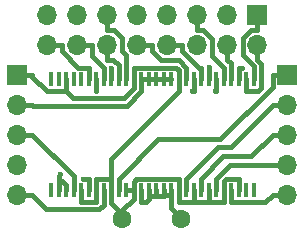
<source format=gtl>
G04 #@! TF.FileFunction,Copper,L1,Top,Signal*
%FSLAX46Y46*%
G04 Gerber Fmt 4.6, Leading zero omitted, Abs format (unit mm)*
G04 Created by KiCad (PCBNEW 4.0.6) date Thu May  4 15:15:54 2017*
%MOMM*%
%LPD*%
G01*
G04 APERTURE LIST*
%ADD10C,0.100000*%
%ADD11R,0.400000X1.200000*%
%ADD12C,1.600000*%
%ADD13R,1.700000X1.700000*%
%ADD14O,1.700000X1.700000*%
%ADD15C,0.400000*%
%ADD16C,0.400000*%
%ADD17C,0.399800*%
G04 APERTURE END LIST*
D10*
D11*
X140017500Y-110110000D03*
X140652500Y-110110000D03*
X141287500Y-110110000D03*
X141922500Y-110110000D03*
X142557500Y-110110000D03*
X143192500Y-110110000D03*
X143827500Y-110110000D03*
X144462500Y-110110000D03*
X145097500Y-110110000D03*
X145732500Y-110110000D03*
X146367500Y-110110000D03*
X147002500Y-110110000D03*
X147637500Y-110110000D03*
X148272500Y-110110000D03*
X148907500Y-110110000D03*
X149542500Y-110110000D03*
X150177500Y-110110000D03*
X150812500Y-110110000D03*
X151447500Y-110110000D03*
X152082500Y-110110000D03*
X152717500Y-110110000D03*
X153352500Y-110110000D03*
X153987500Y-110110000D03*
X154622500Y-110110000D03*
X155257500Y-110110000D03*
X155892500Y-110110000D03*
X156527500Y-110110000D03*
X157162500Y-110110000D03*
X157162500Y-100710000D03*
X156527500Y-100710000D03*
X155892500Y-100710000D03*
X155257500Y-100710000D03*
X154622500Y-100710000D03*
X153987500Y-100710000D03*
X153352500Y-100710000D03*
X152717500Y-100710000D03*
X152082500Y-100710000D03*
X151447500Y-100710000D03*
X150812500Y-100710000D03*
X150177500Y-100710000D03*
X149542500Y-100710000D03*
X148907500Y-100710000D03*
X148272500Y-100710000D03*
X147637500Y-100710000D03*
X147002500Y-100710000D03*
X146367500Y-100710000D03*
X145732500Y-100710000D03*
X145097500Y-100710000D03*
X144462500Y-100710000D03*
X143827500Y-100710000D03*
X143192500Y-100710000D03*
X142557500Y-100710000D03*
X141922500Y-100710000D03*
X141287500Y-100710000D03*
X140652500Y-100710000D03*
X140017500Y-100710000D03*
D12*
X146050000Y-112522000D03*
X151050000Y-112522000D03*
D13*
X137160000Y-100330000D03*
D14*
X137160000Y-102870000D03*
X137160000Y-105410000D03*
X137160000Y-107950000D03*
X137160000Y-110490000D03*
D13*
X160020000Y-100330000D03*
D14*
X160020000Y-102870000D03*
X160020000Y-105410000D03*
X160020000Y-107950000D03*
X160020000Y-110490000D03*
D13*
X157480000Y-95250000D03*
D14*
X157480000Y-97790000D03*
X154940000Y-95250000D03*
X154940000Y-97790000D03*
X152400000Y-95250000D03*
X152400000Y-97790000D03*
X149860000Y-95250000D03*
X149860000Y-97790000D03*
X147320000Y-95250000D03*
X147320000Y-97790000D03*
X144780000Y-95250000D03*
X144780000Y-97790000D03*
X142240000Y-95250000D03*
X142240000Y-97790000D03*
X139700000Y-95250000D03*
X139700000Y-97790000D03*
D15*
X140815200Y-108748800D03*
X142711700Y-109109700D03*
X156209800Y-99709700D03*
X153896400Y-101714600D03*
X153411100Y-99692300D03*
X145062900Y-99708600D03*
X151960500Y-101710300D03*
X143827500Y-101710300D03*
D16*
X155892500Y-110110000D02*
X155892500Y-109109700D01*
X152082500Y-110110000D02*
X152082500Y-110960200D01*
X150812500Y-110110000D02*
X150812500Y-111110300D01*
X146050000Y-112522000D02*
X146050000Y-112141000D01*
X143827500Y-111110300D02*
X142557500Y-111110300D01*
X143827500Y-110110000D02*
X143827500Y-111110300D01*
X142557500Y-110110000D02*
X142557500Y-111110300D01*
X147002000Y-110808000D02*
X147002000Y-110110000D01*
X146050000Y-111760000D02*
X147002000Y-110808000D01*
X146050000Y-112141000D02*
X146050000Y-111760000D01*
X150812500Y-110110000D02*
X150812500Y-109109700D01*
X147252000Y-109109700D02*
X150812500Y-109109700D01*
X147002000Y-109359700D02*
X147252000Y-109109700D01*
X147002000Y-110110000D02*
X147002000Y-109359700D01*
X146367500Y-110110000D02*
X147002000Y-110110000D01*
X147002000Y-110110000D02*
X147002500Y-110110000D01*
X153352500Y-110110000D02*
X153352500Y-111110300D01*
X152157600Y-111110300D02*
X153352500Y-111110300D01*
X152082500Y-111035200D02*
X152157600Y-111110300D01*
X152082500Y-110960200D02*
X152082500Y-111035200D01*
X152007400Y-111110300D02*
X150812500Y-111110300D01*
X152082500Y-111035200D02*
X152007400Y-111110300D01*
X154622500Y-109323800D02*
X154622500Y-110110000D01*
X154836600Y-109109700D02*
X154622500Y-109323800D01*
X155892500Y-109109700D02*
X154836600Y-109109700D01*
X154622500Y-111110300D02*
X153352500Y-111110300D01*
X154622500Y-110110000D02*
X154622500Y-111110300D01*
X141894800Y-102317600D02*
X141287500Y-101710300D01*
X146160700Y-102317600D02*
X141894800Y-102317600D01*
X147002500Y-101475800D02*
X146160700Y-102317600D01*
X147002500Y-100710000D02*
X147002500Y-101475800D01*
X141287500Y-100710000D02*
X141287500Y-101710300D01*
X139634300Y-101710300D02*
X141287500Y-101710300D01*
X138410300Y-100486300D02*
X139634300Y-101710300D01*
X138410300Y-100330000D02*
X138410300Y-100486300D01*
X137160000Y-100330000D02*
X138410300Y-100330000D01*
X147002500Y-100710000D02*
X147002500Y-99709700D01*
X145097500Y-111188500D02*
X145097500Y-110110000D01*
X146050000Y-112141000D02*
X145097500Y-111188500D01*
X145097500Y-109109700D02*
X143827500Y-109109700D01*
X145097500Y-110110000D02*
X145097500Y-109109700D01*
X143827500Y-110110000D02*
X143827500Y-109109700D01*
X150812500Y-99923800D02*
X150812500Y-100710000D01*
X150598400Y-99709700D02*
X150812500Y-99923800D01*
X147002500Y-99709700D02*
X150598400Y-99709700D01*
X145097500Y-107425300D02*
X145097500Y-109109700D01*
X150812500Y-101710300D02*
X145097500Y-107425300D01*
X150812500Y-100710000D02*
X150812500Y-101710300D01*
X148272500Y-110110000D02*
X148272500Y-110610100D01*
X147637500Y-110110000D02*
X147637500Y-111110300D01*
X148022500Y-111110300D02*
X147637500Y-111110300D01*
X148272500Y-110860300D02*
X148022500Y-111110300D01*
X148272500Y-110610100D02*
X148272500Y-110860300D01*
X141287500Y-110110000D02*
X141287500Y-109609800D01*
X140652500Y-110110000D02*
X140652500Y-109283000D01*
X140960700Y-109283000D02*
X140652500Y-109283000D01*
X141287500Y-109609800D02*
X140960700Y-109283000D01*
X148907500Y-110610100D02*
X148272500Y-110610100D01*
X148907500Y-110110000D02*
X148907500Y-110610100D01*
X147637500Y-100710000D02*
X148272500Y-100710000D01*
X149542500Y-110610100D02*
X148907500Y-110610100D01*
X148272500Y-100710000D02*
X148907500Y-100710000D01*
X148907500Y-100710000D02*
X149542500Y-100710000D01*
X149542500Y-100710000D02*
X150177500Y-100710000D01*
X140652500Y-108911500D02*
X140815200Y-108748800D01*
X140652500Y-109283000D02*
X140652500Y-108911500D01*
X147637500Y-100710000D02*
X147637500Y-101710300D01*
X146415700Y-102932100D02*
X147637500Y-101710300D01*
X138472400Y-102932100D02*
X146415700Y-102932100D01*
X138410300Y-102870000D02*
X138472400Y-102932100D01*
X137160000Y-102870000D02*
X138410300Y-102870000D01*
X150178000Y-111570000D02*
X150178000Y-110840000D01*
X151050000Y-112442000D02*
X150178000Y-111570000D01*
X151050000Y-112522000D02*
X151050000Y-112442000D01*
X150178000Y-110840000D02*
X150178000Y-110110000D01*
X150177500Y-110474700D02*
X149542500Y-110474700D01*
X150177500Y-110839500D02*
X150177500Y-110474700D01*
X150178000Y-110840000D02*
X150177500Y-110839500D01*
X150177500Y-110474700D02*
X150177500Y-110110000D01*
X149542500Y-110110000D02*
X149542500Y-110474700D01*
X149542500Y-110474700D02*
X149542500Y-110610100D01*
X141922500Y-110110000D02*
X141922500Y-109109700D01*
X137160000Y-105410000D02*
X138410300Y-105410000D01*
X141922500Y-108922200D02*
X138410300Y-105410000D01*
X141922500Y-109109700D02*
X141922500Y-108922200D01*
X143192500Y-110110000D02*
X143192500Y-109109700D01*
X143192500Y-109109700D02*
X142711700Y-109109700D01*
X137160000Y-110490000D02*
X138410300Y-110490000D01*
X144462500Y-110110000D02*
X144462500Y-111110300D01*
X144462400Y-111110300D02*
X144462500Y-111110300D01*
X144462400Y-111324300D02*
X144462400Y-111110300D01*
X144076100Y-111710600D02*
X144462400Y-111324300D01*
X139630900Y-111710600D02*
X144076100Y-111710600D01*
X138410300Y-110490000D02*
X139630900Y-111710600D01*
X160020000Y-100330000D02*
X158769700Y-100330000D01*
X145732500Y-110110000D02*
X145732500Y-109109700D01*
X149048500Y-105793700D02*
X145732500Y-109109700D01*
X154321900Y-105793700D02*
X149048500Y-105793700D01*
X158769700Y-101345900D02*
X154321900Y-105793700D01*
X158769700Y-100330000D02*
X158769700Y-101345900D01*
X154163100Y-106394100D02*
X151447500Y-109109700D01*
X155245600Y-106394100D02*
X154163100Y-106394100D01*
X158769700Y-102870000D02*
X155245600Y-106394100D01*
X160020000Y-102870000D02*
X158769700Y-102870000D01*
X151447500Y-110110000D02*
X151447500Y-109109700D01*
X152717500Y-110110000D02*
X152717500Y-109109700D01*
X160020000Y-105410000D02*
X158769700Y-105410000D01*
X154614000Y-107213200D02*
X152717500Y-109109700D01*
X156966500Y-107213200D02*
X154614000Y-107213200D01*
X158769700Y-105410000D02*
X156966500Y-107213200D01*
X153987500Y-110110000D02*
X153987500Y-109109700D01*
X155147200Y-107950000D02*
X153987500Y-109109700D01*
X160020000Y-107950000D02*
X155147200Y-107950000D01*
X158149400Y-111110300D02*
X155257500Y-111110300D01*
X158769700Y-110490000D02*
X158149400Y-111110300D01*
X160020000Y-110490000D02*
X158769700Y-110490000D01*
X155257500Y-110110000D02*
X155257500Y-111110300D01*
X157162500Y-99571900D02*
X157162500Y-100710000D01*
X156229600Y-98639000D02*
X157162500Y-99571900D01*
X156229600Y-97203700D02*
X156229600Y-98639000D01*
X156933000Y-96500300D02*
X156229600Y-97203700D01*
X157480000Y-96500300D02*
X156933000Y-96500300D01*
X157480000Y-95250000D02*
X157480000Y-96500300D01*
X157546000Y-101710300D02*
X156527500Y-101710300D01*
X157802200Y-101454100D02*
X157546000Y-101710300D01*
X157802200Y-99362500D02*
X157802200Y-101454100D01*
X157480000Y-99040300D02*
X157802200Y-99362500D01*
X157480000Y-97790000D02*
X157480000Y-99040300D01*
X156527500Y-100710000D02*
X156527500Y-101710300D01*
X155892500Y-100710000D02*
X155892500Y-99709700D01*
X155892500Y-99709700D02*
X156209800Y-99709700D01*
X154940000Y-97790000D02*
X154940000Y-99040300D01*
X155257500Y-99357800D02*
X155257500Y-100710000D01*
X154940000Y-99040300D02*
X155257500Y-99357800D01*
X152918100Y-96500300D02*
X152400000Y-96500300D01*
X153670000Y-97252200D02*
X152918100Y-96500300D01*
X153670000Y-98757200D02*
X153670000Y-97252200D01*
X154622500Y-99709700D02*
X153670000Y-98757200D01*
X154622500Y-100710000D02*
X154622500Y-99709700D01*
X152400000Y-95250000D02*
X152400000Y-96500300D01*
X153900700Y-101710300D02*
X153896400Y-101714600D01*
X153987500Y-101710300D02*
X153900700Y-101710300D01*
X153987500Y-100710000D02*
X153987500Y-101710300D01*
X153393700Y-99709700D02*
X153352500Y-99709700D01*
X153411100Y-99692300D02*
X153393700Y-99709700D01*
X153352500Y-100710000D02*
X153352500Y-99709700D01*
X152538600Y-99709700D02*
X152717500Y-99709700D01*
X151110300Y-98281400D02*
X152538600Y-99709700D01*
X151110300Y-97790000D02*
X151110300Y-98281400D01*
X149860000Y-97790000D02*
X151110300Y-97790000D01*
X152717500Y-100710000D02*
X152717500Y-99709700D01*
X148570300Y-98308100D02*
X148570300Y-97790000D01*
X149366300Y-99104100D02*
X148570300Y-98308100D01*
X150841900Y-99104100D02*
X149366300Y-99104100D01*
X151447500Y-99709700D02*
X150841900Y-99104100D01*
X147320000Y-97790000D02*
X148570300Y-97790000D01*
X151447500Y-100710000D02*
X151447500Y-99709700D01*
X146367500Y-98621400D02*
X146367500Y-100710000D01*
X146030300Y-98284200D02*
X146367500Y-98621400D01*
X146030300Y-97203500D02*
X146030300Y-98284200D01*
X145327100Y-96500300D02*
X146030300Y-97203500D01*
X144780000Y-96500300D02*
X145327100Y-96500300D01*
X144780000Y-95250000D02*
X144780000Y-96500300D01*
X144780000Y-97790000D02*
X144780000Y-99040300D01*
X145732500Y-100710000D02*
X145732500Y-99709700D01*
X145295400Y-99040300D02*
X144780000Y-99040300D01*
X145732500Y-99477400D02*
X145295400Y-99040300D01*
X145732500Y-99709700D02*
X145732500Y-99477400D01*
X145097500Y-99923800D02*
X145097500Y-100710000D01*
X145062900Y-99889200D02*
X145097500Y-99923800D01*
D17*
X145062900Y-99708600D02*
X145062900Y-99889200D01*
D16*
X143490300Y-98737500D02*
X144462500Y-99709700D01*
X143490300Y-97790000D02*
X143490300Y-98737500D01*
X142240000Y-97790000D02*
X143490300Y-97790000D01*
X144462500Y-100710000D02*
X144462500Y-99709700D01*
X152082500Y-100710000D02*
X152082500Y-101710300D01*
X151960500Y-101710300D02*
X152082500Y-101710300D01*
X143827500Y-100710000D02*
X143827500Y-101710300D01*
X142322900Y-99709700D02*
X143192500Y-99709700D01*
X140950300Y-98337100D02*
X142322900Y-99709700D01*
X140950300Y-97790000D02*
X140950300Y-98337100D01*
X139700000Y-97790000D02*
X140950300Y-97790000D01*
X143192500Y-100710000D02*
X143192500Y-99709700D01*
M02*

</source>
